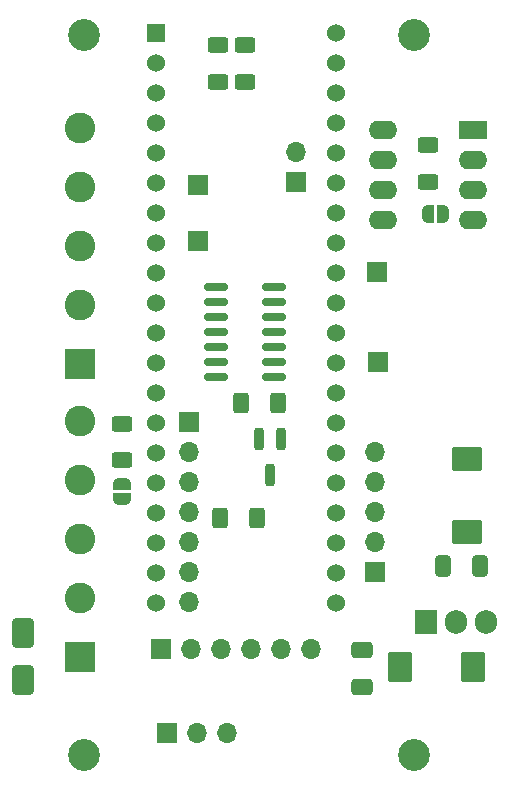
<source format=gbr>
%TF.GenerationSoftware,KiCad,Pcbnew,7.0.11-7.0.11~ubuntu20.04.1*%
%TF.CreationDate,2024-04-25T22:29:04+02:00*%
%TF.ProjectId,Tachoconverter,54616368-6f63-46f6-9e76-65727465722e,rev?*%
%TF.SameCoordinates,Original*%
%TF.FileFunction,Soldermask,Bot*%
%TF.FilePolarity,Negative*%
%FSLAX46Y46*%
G04 Gerber Fmt 4.6, Leading zero omitted, Abs format (unit mm)*
G04 Created by KiCad (PCBNEW 7.0.11-7.0.11~ubuntu20.04.1) date 2024-04-25 22:29:04*
%MOMM*%
%LPD*%
G01*
G04 APERTURE LIST*
G04 Aperture macros list*
%AMRoundRect*
0 Rectangle with rounded corners*
0 $1 Rounding radius*
0 $2 $3 $4 $5 $6 $7 $8 $9 X,Y pos of 4 corners*
0 Add a 4 corners polygon primitive as box body*
4,1,4,$2,$3,$4,$5,$6,$7,$8,$9,$2,$3,0*
0 Add four circle primitives for the rounded corners*
1,1,$1+$1,$2,$3*
1,1,$1+$1,$4,$5*
1,1,$1+$1,$6,$7*
1,1,$1+$1,$8,$9*
0 Add four rect primitives between the rounded corners*
20,1,$1+$1,$2,$3,$4,$5,0*
20,1,$1+$1,$4,$5,$6,$7,0*
20,1,$1+$1,$6,$7,$8,$9,0*
20,1,$1+$1,$8,$9,$2,$3,0*%
%AMFreePoly0*
4,1,19,0.500000,-0.750000,0.000000,-0.750000,0.000000,-0.744911,-0.071157,-0.744911,-0.207708,-0.704816,-0.327430,-0.627875,-0.420627,-0.520320,-0.479746,-0.390866,-0.500000,-0.250000,-0.500000,0.250000,-0.479746,0.390866,-0.420627,0.520320,-0.327430,0.627875,-0.207708,0.704816,-0.071157,0.744911,0.000000,0.744911,0.000000,0.750000,0.500000,0.750000,0.500000,-0.750000,0.500000,-0.750000,
$1*%
%AMFreePoly1*
4,1,19,0.000000,0.744911,0.071157,0.744911,0.207708,0.704816,0.327430,0.627875,0.420627,0.520320,0.479746,0.390866,0.500000,0.250000,0.500000,-0.250000,0.479746,-0.390866,0.420627,-0.520320,0.327430,-0.627875,0.207708,-0.704816,0.071157,-0.744911,0.000000,-0.744911,0.000000,-0.750000,-0.500000,-0.750000,-0.500000,0.750000,0.000000,0.750000,0.000000,0.744911,0.000000,0.744911,
$1*%
G04 Aperture macros list end*
%ADD10R,1.700000X1.700000*%
%ADD11O,1.700000X1.700000*%
%ADD12RoundRect,0.150000X-0.825000X-0.150000X0.825000X-0.150000X0.825000X0.150000X-0.825000X0.150000X0*%
%ADD13R,1.905000X2.000000*%
%ADD14O,1.905000X2.000000*%
%ADD15C,2.700000*%
%ADD16R,2.600000X2.600000*%
%ADD17C,2.600000*%
%ADD18R,1.524000X1.524000*%
%ADD19C,1.524000*%
%ADD20RoundRect,0.250000X-0.650000X1.000000X-0.650000X-1.000000X0.650000X-1.000000X0.650000X1.000000X0*%
%ADD21RoundRect,0.250000X-0.625000X0.400000X-0.625000X-0.400000X0.625000X-0.400000X0.625000X0.400000X0*%
%ADD22RoundRect,0.250000X1.025000X-0.787500X1.025000X0.787500X-1.025000X0.787500X-1.025000X-0.787500X0*%
%ADD23R,2.400000X1.600000*%
%ADD24O,2.400000X1.600000*%
%ADD25FreePoly0,270.000000*%
%ADD26FreePoly1,270.000000*%
%ADD27RoundRect,0.250000X-0.787500X-1.025000X0.787500X-1.025000X0.787500X1.025000X-0.787500X1.025000X0*%
%ADD28RoundRect,0.200000X-0.200000X0.750000X-0.200000X-0.750000X0.200000X-0.750000X0.200000X0.750000X0*%
%ADD29RoundRect,0.250000X0.412500X0.650000X-0.412500X0.650000X-0.412500X-0.650000X0.412500X-0.650000X0*%
%ADD30RoundRect,0.250000X0.400000X0.625000X-0.400000X0.625000X-0.400000X-0.625000X0.400000X-0.625000X0*%
%ADD31RoundRect,0.250000X-0.400000X-0.625000X0.400000X-0.625000X0.400000X0.625000X-0.400000X0.625000X0*%
%ADD32FreePoly0,180.000000*%
%ADD33FreePoly1,180.000000*%
%ADD34RoundRect,0.250000X0.625000X-0.400000X0.625000X0.400000X-0.625000X0.400000X-0.625000X-0.400000X0*%
%ADD35RoundRect,0.250000X0.650000X-0.412500X0.650000X0.412500X-0.650000X0.412500X-0.650000X-0.412500X0*%
G04 APERTURE END LIST*
D10*
%TO.C,J10*%
X163703000Y-120523000D03*
D11*
X163703000Y-117983000D03*
X163703000Y-115443000D03*
X163703000Y-112903000D03*
X163703000Y-110363000D03*
%TD*%
D10*
%TO.C,J8*%
X163957000Y-102743000D03*
%TD*%
D12*
%TO.C,U5*%
X150179000Y-104013000D03*
X150179000Y-102743000D03*
X150179000Y-101473000D03*
X150179000Y-100203000D03*
X150179000Y-98933000D03*
X150179000Y-97663000D03*
X150179000Y-96393000D03*
X155129000Y-96393000D03*
X155129000Y-97663000D03*
X155129000Y-98933000D03*
X155129000Y-100203000D03*
X155129000Y-101473000D03*
X155129000Y-102743000D03*
X155129000Y-104013000D03*
%TD*%
D13*
%TO.C,U2*%
X168021000Y-124714000D03*
D14*
X170561000Y-124714000D03*
X173101000Y-124714000D03*
%TD*%
D10*
%TO.C,JP1*%
X146050000Y-134112000D03*
D11*
X148590000Y-134112000D03*
X151130000Y-134112000D03*
%TD*%
D15*
%TO.C,H3*%
X139000000Y-75000000D03*
%TD*%
D16*
%TO.C,J3*%
X138684000Y-127682000D03*
D17*
X138684000Y-122682000D03*
X138684000Y-117682000D03*
X138684000Y-112682000D03*
X138684000Y-107682000D03*
%TD*%
D15*
%TO.C,H1*%
X167000000Y-136000000D03*
%TD*%
D10*
%TO.C,J7*%
X163830000Y-95123000D03*
%TD*%
%TO.C,J9*%
X148717000Y-92456000D03*
%TD*%
%TO.C,J4*%
X148717000Y-87757000D03*
%TD*%
%TO.C,J6*%
X147955000Y-107823000D03*
D11*
X147955000Y-110363000D03*
X147955000Y-112903000D03*
X147955000Y-115443000D03*
X147955000Y-117983000D03*
X147955000Y-120523000D03*
X147955000Y-123063000D03*
%TD*%
D18*
%TO.C,A1*%
X145180000Y-74828000D03*
D19*
X145180000Y-77368000D03*
X145180000Y-79908000D03*
X145180000Y-82448000D03*
X145180000Y-84988000D03*
X145180000Y-87528000D03*
X145180000Y-90068000D03*
X145180000Y-92608000D03*
X145180000Y-95148000D03*
X145180000Y-97688000D03*
X145180000Y-100228000D03*
X145180000Y-102768000D03*
X145180000Y-105308000D03*
X145180000Y-107848000D03*
X145180000Y-110388000D03*
X145180000Y-112928000D03*
X145180000Y-115468000D03*
X145180000Y-118008000D03*
X145180000Y-120548000D03*
X145180000Y-123088000D03*
X160420000Y-123088000D03*
X160420000Y-120548000D03*
X160420000Y-118008000D03*
X160420000Y-115468000D03*
X160420000Y-112928000D03*
X160420000Y-110388000D03*
X160420000Y-107848000D03*
X160420000Y-105308000D03*
X160420000Y-102768000D03*
X160420000Y-100228000D03*
X160420000Y-97688000D03*
X160420000Y-95148000D03*
X160420000Y-92608000D03*
X160420000Y-90068000D03*
X160420000Y-87528000D03*
X160420000Y-84988000D03*
X160420000Y-82448000D03*
X160420000Y-79908000D03*
X160420000Y-77368000D03*
X160420000Y-74828000D03*
%TD*%
D15*
%TO.C,H4*%
X139000000Y-136000000D03*
%TD*%
D16*
%TO.C,J1*%
X138684000Y-102870000D03*
D17*
X138684000Y-97870000D03*
X138684000Y-92870000D03*
X138684000Y-87870000D03*
X138684000Y-82870000D03*
%TD*%
D10*
%TO.C,J2*%
X145542000Y-127000000D03*
D11*
X148082000Y-127000000D03*
X150622000Y-127000000D03*
X153162000Y-127000000D03*
X155702000Y-127000000D03*
X158242000Y-127000000D03*
%TD*%
D15*
%TO.C,H2*%
X167000000Y-75000000D03*
%TD*%
D10*
%TO.C,J5*%
X156972000Y-87508000D03*
D11*
X156972000Y-84968000D03*
%TD*%
D20*
%TO.C,D1*%
X133858000Y-125635000D03*
X133858000Y-129635000D03*
%TD*%
D21*
%TO.C,R5*%
X152694910Y-75883615D03*
X152694910Y-78983615D03*
%TD*%
D22*
%TO.C,C3*%
X171500000Y-117112500D03*
X171500000Y-110887500D03*
%TD*%
D23*
%TO.C,U1*%
X172000000Y-83064000D03*
D24*
X172000000Y-85604000D03*
X172000000Y-88144000D03*
X172000000Y-90684000D03*
X164380000Y-90684000D03*
X164380000Y-88144000D03*
X164380000Y-85604000D03*
X164380000Y-83064000D03*
%TD*%
D25*
%TO.C,JP2*%
X142240000Y-113030000D03*
D26*
X142240000Y-114330000D03*
%TD*%
D21*
%TO.C,R2*%
X168200000Y-84324000D03*
X168200000Y-87424000D03*
%TD*%
D27*
%TO.C,C1*%
X165775000Y-128500000D03*
X172000000Y-128500000D03*
%TD*%
D28*
%TO.C,D2*%
X153863000Y-109244000D03*
X155763000Y-109244000D03*
X154813000Y-112244000D03*
%TD*%
D29*
%TO.C,C4*%
X172562500Y-120000000D03*
X169437500Y-120000000D03*
%TD*%
D30*
%TO.C,R4*%
X152374000Y-106172000D03*
X155474000Y-106172000D03*
%TD*%
D31*
%TO.C,R3*%
X150596000Y-115951000D03*
X153696000Y-115951000D03*
%TD*%
D32*
%TO.C,JP3*%
X169470000Y-90166000D03*
D33*
X168170000Y-90166000D03*
%TD*%
D21*
%TO.C,R6*%
X150408910Y-75883615D03*
X150408910Y-78983615D03*
%TD*%
D34*
%TO.C,R1*%
X142240000Y-111024000D03*
X142240000Y-107924000D03*
%TD*%
D35*
%TO.C,C2*%
X162560000Y-130213500D03*
X162560000Y-127088500D03*
%TD*%
M02*

</source>
